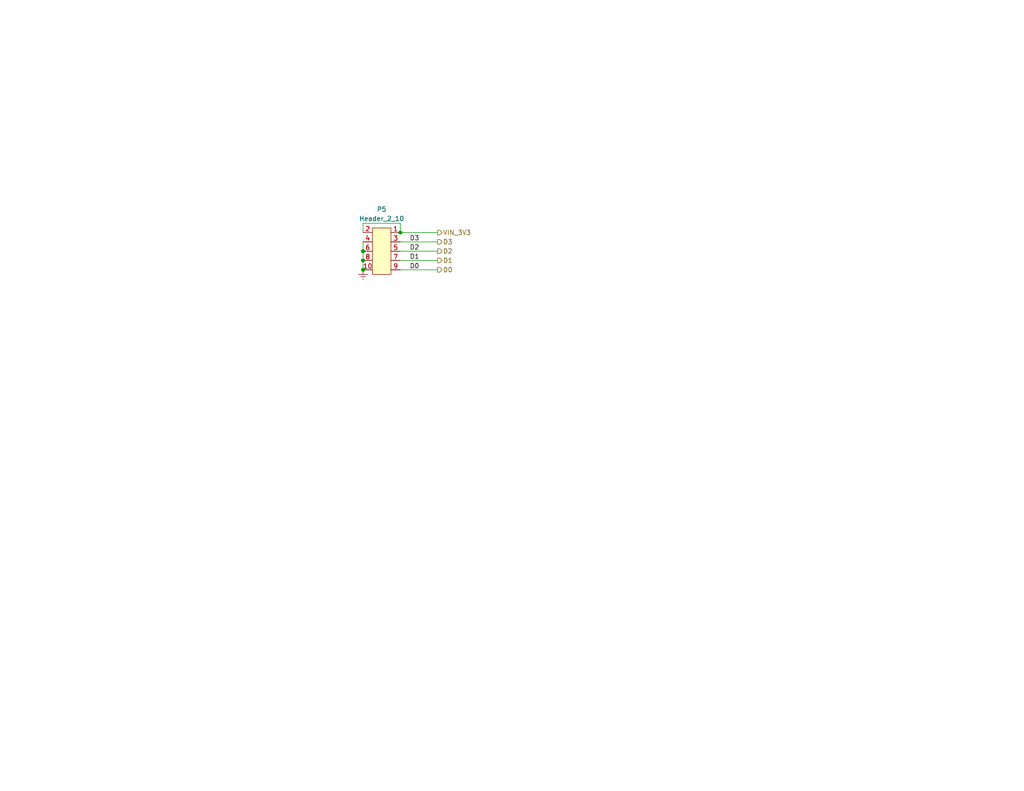
<source format=kicad_sch>
(kicad_sch (version 20231120) (generator "eeschema") (generator_version "8.0")
  (paper "A")
  (title_block (title "${PROJECT_NAME}") (date "2025-04-13") (rev "${PCB_REVISION}") (company "BRENDANHAINES.COM"))
  (lib_symbols
    (symbol "bh:GND" (power) (pin_names (offset 0))
      (symbol "GND_0_1"
        (polyline (pts (xy -0.635 -1.905) (xy 0.635 -1.905)))
        (polyline (pts (xy -0.127 -2.54) (xy 0.127 -2.54)))
        (polyline (pts (xy 0 -1.27) (xy 0 0)))
        (polyline (pts (xy 1.27 -1.27) (xy -1.27 -1.27)))
      )
      (symbol "GND_1_1"
        (pin power_in line (at 0 0 90) (length 0) hide (name "GND") (number "1"))
      )
    )
    (symbol "bh:Header_2_10" (pin_names (offset 1.016) hide)
      (property "Reference" "P" (at 0 0 0))
      (property "Value" "Header_2_10" (at 0 0 0))
      (symbol "Header_2_10_0_1"
        (rectangle (start 0 0) (end 5.08 -12.7) (fill (type background)))
      )
      (symbol "Header_2_10_0_2"
        (rectangle (start 0 0) (end 2.54 -25.4) (fill (type background)))
      )
      (symbol "Header_2_10_1_1"
        (pin passive line (at -2.54 -1.27 0) (length 2.54) (name "~") (number "1"))
        (pin passive line (at 7.62 -11.43 180) (length 2.54) (name "~") (number "10"))
        (pin passive line (at 7.62 -1.27 180) (length 2.54) (name "~") (number "2"))
        (pin passive line (at -2.54 -3.81 0) (length 2.54) (name "~") (number "3"))
        (pin passive line (at 7.62 -3.81 180) (length 2.54) (name "~") (number "4"))
        (pin passive line (at -2.54 -6.35 0) (length 2.54) (name "~") (number "5"))
        (pin passive line (at 7.62 -6.35 180) (length 2.54) (name "~") (number "6"))
        (pin passive line (at -2.54 -8.89 0) (length 2.54) (name "~") (number "7"))
        (pin passive line (at 7.62 -8.89 180) (length 2.54) (name "~") (number "8"))
        (pin passive line (at -2.54 -11.43 0) (length 2.54) (name "~") (number "9"))
      )
      (symbol "Header_2_10_1_2"
        (pin passive line (at -2.54 -1.27 0) (length 2.54) (name "~") (number "1"))
        (pin passive line (at -2.54 -24.13 0) (length 2.54) (name "~") (number "10"))
        (pin passive line (at -2.54 -3.81 0) (length 2.54) (name "~") (number "2"))
        (pin passive line (at -2.54 -6.35 0) (length 2.54) (name "~") (number "3"))
        (pin passive line (at -2.54 -8.89 0) (length 2.54) (name "~") (number "4"))
        (pin passive line (at -2.54 -11.43 0) (length 2.54) (name "~") (number "5"))
        (pin passive line (at -2.54 -13.97 0) (length 2.54) (name "~") (number "6"))
        (pin passive line (at -2.54 -16.51 0) (length 2.54) (name "~") (number "7"))
        (pin passive line (at -2.54 -19.05 0) (length 2.54) (name "~") (number "8"))
        (pin passive line (at -2.54 -21.59 0) (length 2.54) (name "~") (number "9"))
      )
    )
  )
  (junction (at 99.06 68.58))
  (junction (at 109.22 63.5))
  (junction (at 99.06 71.12))
  (junction (at 99.06 73.66))
  (wire (pts (xy 99.06 63.5) (xy 99.06 60.96)))
  (wire (pts (xy 99.06 60.96) (xy 109.22 60.96)))
  (wire (pts (xy 99.06 71.12) (xy 99.06 73.66)))
  (wire (pts (xy 109.22 66.04) (xy 119.38 66.04)))
  (wire (pts (xy 109.22 73.66) (xy 119.38 73.66)))
  (wire (pts (xy 109.22 68.58) (xy 119.38 68.58)))
  (wire (pts (xy 109.22 63.5) (xy 119.38 63.5)))
  (wire (pts (xy 109.22 71.12) (xy 119.38 71.12)))
  (wire (pts (xy 109.22 60.96) (xy 109.22 63.5)))
  (wire (pts (xy 99.06 66.04) (xy 99.06 68.58)))
  (wire (pts (xy 99.06 68.58) (xy 99.06 71.12)))
  (label "D2" (at 111.76 68.58 0))
  (label "D1" (at 111.76 71.12 0))
  (label "D0" (at 111.76 73.66 0))
  (label "D3" (at 111.76 66.04 0))
  (hierarchical_label "D0" (shape output) (at 119.38 73.66 0))
  (hierarchical_label "D1" (shape output) (at 119.38 71.12 0))
  (hierarchical_label "D3" (shape output) (at 119.38 66.04 0))
  (hierarchical_label "VIN_3V3" (shape output) (at 119.38 63.5 0))
  (hierarchical_label "D2" (shape output) (at 119.38 68.58 0))
  (symbol (lib_id "bh:GND") (at 99.06 73.66 0) (unit 1)
    (property "Reference" "#PWR030" (effects (hide yes)))
    (property "Value" "GND" (effects (hide yes)))
    (property "Description" "Power Symbol" (effects (hide yes)))
  )
  (symbol (lib_id "bh:Header_2_10") (at 106.68 62.23 0) (mirror y) (unit 1)
    (property "Reference" "P5" (at 104.14 57.15 0))
    (property "Value" "Header_2_10" (at 104.14 59.69 0))
    (property "Footprint" "common:PinHeader_2x05_P2.54mm_Vertical_Shrouded" (effects (hide yes)))
    (property "Description" "Header, 2x5" (effects (hide yes)))
    (property "Manufacturer" "Samtec, Inc." (effects (hide yes)))
    (property "ManufacturerPartNumber" "TST-105-01-G-D" (effects (hide yes)))
  )
)
</source>
